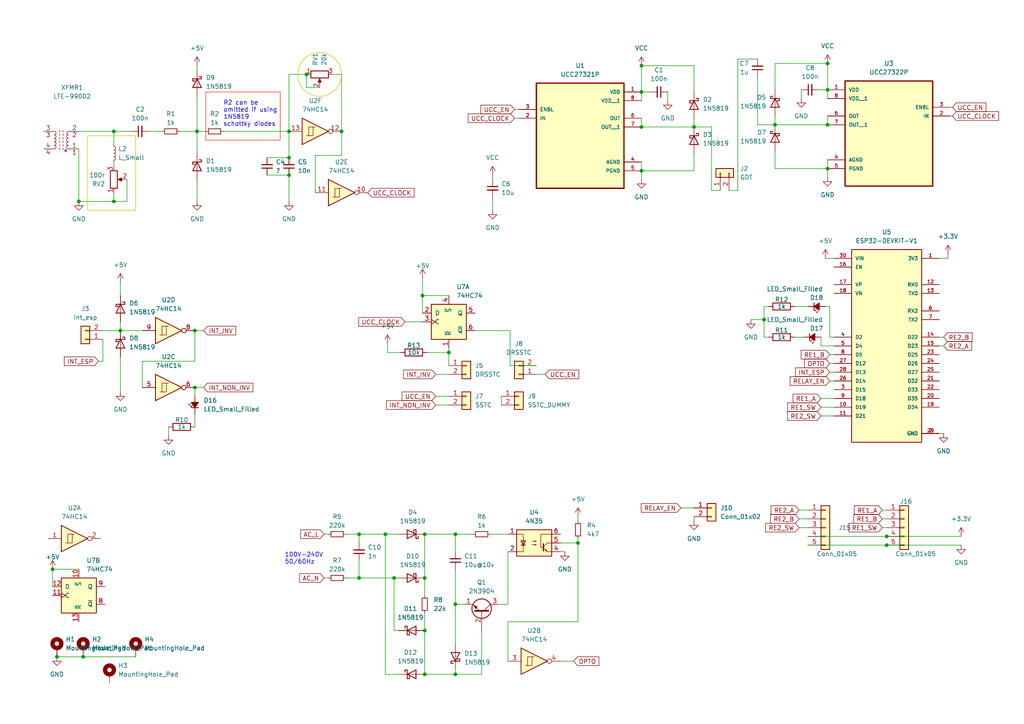
<source format=kicad_sch>
(kicad_sch (version 20230121) (generator eeschema)
  (paper "A4")
  (lib_symbols
    (symbol "74xx:74HC14" (pin_names (offset 1.016))
      (property "Reference" "U" (at 0 1.27 0))
      (property "Value" "74HC14" (at 0 -1.27 0))
      (symbol "74HC14_1_0"
        (pin input line (at -7.62 0 0) (length 3.81) (name "~") (number "1"))
        (pin output inverted (at 7.62 0 180) (length 3.81) (name "~") (number "2"))
      )
      (symbol "74HC14_2_0"
        (pin input line (at -7.62 0 0) (length 3.81) (name "~") (number "3"))
        (pin output inverted (at 7.62 0 180) (length 3.81) (name "~") (number "4"))
      )
      (symbol "74HC14_3_0"
        (pin input line (at -7.62 0 0) (length 3.81) (name "~") (number "5"))
        (pin output inverted (at 7.62 0 180) (length 3.81) (name "~") (number "6"))
      )
      (symbol "74HC14_4_0"
        (pin output inverted (at 7.62 0 180) (length 3.81) (name "~") (number "8"))
        (pin input line (at -7.62 0 0) (length 3.81) (name "~") (number "9"))
      )
      (symbol "74HC14_5_0"
        (pin output inverted (at 7.62 0 180) (length 3.81) (name "~") (number "10"))
        (pin input line (at -7.62 0 0) (length 3.81) (name "~") (number "11"))
      )
      (symbol "74HC14_6_0"
        (pin output inverted (at 7.62 0 180) (length 3.81) (name "~") (number "12"))
        (pin input line (at -7.62 0 0) (length 3.81) (name "~") (number "13"))
      )
      (symbol "74HC14_7_0"
        (pin power_in line (at 0 12.7 270) (length 5.08) (name "VCC") (number "14"))
        (pin power_in line (at 0 -12.7 90) (length 5.08) (name "GND") (number "7"))
      )
    )
    (symbol "74xx:74HC74" (pin_names (offset 1.016))
      (property "Reference" "U" (at -7.62 8.89 0))
      (property "Value" "74HC74" (at -7.62 -8.89 0))
      (symbol "74HC74_1_0"
        (pin input line (at 0 -7.62 90) (length 2.54) (name "~{R}") (number "1"))
        (pin input line (at -7.62 2.54 0) (length 2.54) (name "D") (number "2"))
        (pin input clock (at -7.62 0 0) (length 2.54) (name "C") (number "3"))
        (pin input line (at 0 7.62 270) (length 2.54) (name "~{S}") (number "4"))
        (pin output line (at 7.62 2.54 180) (length 2.54) (name "Q") (number "5"))
        (pin output line (at 7.62 -2.54 180) (length 2.54) (name "~{Q}") (number "6"))
      )
      (symbol "74HC74_2_0"
        (pin input line (at 0 7.62 270) (length 2.54) (name "~{S}") (number "10"))
        (pin input clock (at -7.62 0 0) (length 2.54) (name "C") (number "11"))
        (pin input line (at -7.62 2.54 0) (length 2.54) (name "D") (number "12"))
        (pin input line (at 0 -7.62 90) (length 2.54) (name "~{R}") (number "13"))
        (pin output line (at 7.62 -2.54 180) (length 2.54) (name "~{Q}") (number "8"))
        (pin output line (at 7.62 2.54 180) (length 2.54) (name "Q") (number "9"))
      )
      (symbol "74HC74_3_0"
        (pin power_in line (at 0 10.16 270) (length 2.54) (name "VCC") (number "14"))
        (pin power_in line (at 0 -10.16 90) (length 2.54) (name "GND") (number "7"))
      )
    )
    (symbol "A_My_Library:LTE-99002_Coupled" (pin_names (offset 0))
      (property "Reference" "XFMR" (at 2.54 7.62 0))
      (property "Value" "LTE-99002" (at 0 5.08 0))
      (symbol "LTE-99002_Coupled_1_1"
        (pin passive line (at 5.08 -2.54 180) (length 2.54) (name "1") (number "1"))
        (pin passive line (at 5.08 2.54 180) (length 2.54) (name "2") (number "2"))
        (pin passive line (at -5.08 2.54 0) (length 2.54) (name "3") (number "3"))
        (pin passive line (at -5.08 -2.54 0) (length 2.54) (name "4") (number "4"))
      )
    )
    (symbol "Connector_Generic:Conn_01x02" (pin_names (offset 1.016) hide)
      (property "Reference" "J" (at 0 2.54 0))
      (property "Value" "Conn_01x02" (at 0 -5.08 0))
      (symbol "Conn_01x02_1_1"
        (pin passive line (at -5.08 0 0) (length 3.81) (name "Pin_1") (number "1"))
        (pin passive line (at -5.08 -2.54 0) (length 3.81) (name "Pin_2") (number "2"))
      )
    )
    (symbol "Connector_Generic:Conn_01x05" (pin_names (offset 1.016) hide)
      (property "Reference" "J" (at 0 7.62 0))
      (property "Value" "Conn_01x05" (at 0 -7.62 0))
      (symbol "Conn_01x05_1_1"
        (pin passive line (at -5.08 5.08 0) (length 3.81) (name "Pin_1") (number "1"))
        (pin passive line (at -5.08 2.54 0) (length 3.81) (name "Pin_2") (number "2"))
        (pin passive line (at -5.08 0 0) (length 3.81) (name "Pin_3") (number "3"))
        (pin passive line (at -5.08 -2.54 0) (length 3.81) (name "Pin_4") (number "4"))
        (pin passive line (at -5.08 -5.08 0) (length 3.81) (name "Pin_5") (number "5"))
      )
    )
    (symbol "Device:C_Small" (pin_numbers hide) (pin_names (offset 0.254) hide)
      (property "Reference" "C" (at 0.254 1.778 0))
      (property "Value" "C_Small" (at 0.254 -2.032 0))
      (symbol "C_Small_1_1"
        (pin passive line (at 0 2.54 270) (length 2.032) (name "~") (number "1"))
        (pin passive line (at 0 -2.54 90) (length 2.032) (name "~") (number "2"))
      )
    )
    (symbol "Device:LED_Small_Filled" (pin_numbers hide) (pin_names (offset 0.254) hide)
      (property "Reference" "D" (at -1.27 3.175 0))
      (property "Value" "LED_Small_Filled" (at -4.445 -2.54 0))
      (symbol "LED_Small_Filled_1_1"
        (pin passive line (at -2.54 0 0) (length 1.778) (name "K") (number "1"))
        (pin passive line (at 2.54 0 180) (length 1.778) (name "A") (number "2"))
      )
    )
    (symbol "Device:L_Small" (pin_numbers hide) (pin_names (offset 0.254) hide)
      (property "Reference" "L" (at 0.762 1.016 0))
      (property "Value" "L_Small" (at 0.762 -1.016 0))
      (symbol "L_Small_1_1"
        (pin passive line (at 0 2.54 270) (length 0.508) (name "~") (number "1"))
        (pin passive line (at 0 -2.54 90) (length 0.508) (name "~") (number "2"))
      )
    )
    (symbol "Device:R" (pin_numbers hide) (pin_names (offset 0))
      (property "Reference" "R" (at 2.032 0 90))
      (property "Value" "R" (at 0 0 90))
      (symbol "R_1_1"
        (pin passive line (at 0 3.81 270) (length 1.27) (name "~") (number "1"))
        (pin passive line (at 0 -3.81 90) (length 1.27) (name "~") (number "2"))
      )
    )
    (symbol "Device:R_Potentiometer" (pin_names (offset 1.016) hide)
      (property "Reference" "RV" (at -4.445 0 90))
      (property "Value" "R_Potentiometer" (at -2.54 0 90))
      (symbol "R_Potentiometer_1_1"
        (pin passive line (at 0 3.81 270) (length 1.27) (name "1") (number "1"))
        (pin passive line (at 3.81 0 180) (length 1.27) (name "2") (number "2"))
        (pin passive line (at 0 -3.81 90) (length 1.27) (name "3") (number "3"))
      )
    )
    (symbol "Device:R_Small" (pin_numbers hide) (pin_names (offset 0.254) hide)
      (property "Reference" "R" (at 0.762 0.508 0))
      (property "Value" "R_Small" (at 0.762 -1.016 0))
      (symbol "R_Small_1_1"
        (pin passive line (at 0 2.54 270) (length 0.762) (name "~") (number "1"))
        (pin passive line (at 0 -2.54 90) (length 0.762) (name "~") (number "2"))
      )
    )
    (symbol "Diode:1N5819" (pin_numbers hide) (pin_names (offset 1.016) hide)
      (property "Reference" "D" (at 0 2.54 0))
      (property "Value" "1N5819" (at 0 -2.54 0))
      (symbol "1N5819_1_1"
        (pin passive line (at -3.81 0 0) (length 2.54) (name "K") (number "1"))
        (pin passive line (at 3.81 0 180) (length 2.54) (name "A") (number "2"))
      )
    )
    (symbol "ESP32-DEVKIT-V1:ESP32-DEVKIT-V1" (pin_names (offset 1.016))
      (property "Reference" "U" (at -10.16 30.48 0))
      (property "Value" "ESP32-DEVKIT-V1" (at -10.16 -30.48 0))
      (symbol "ESP32-DEVKIT-V1_0_0"
        (pin output line (at 15.24 25.4 180) (length 5.08) (name "3V3") (number "1"))
        (pin bidirectional line (at -15.24 -17.78 0) (length 5.08) (name "D19") (number "10"))
        (pin bidirectional line (at -15.24 -20.32 0) (length 5.08) (name "D21") (number "11"))
        (pin input line (at 15.24 17.78 180) (length 5.08) (name "RX0") (number "12"))
        (pin output line (at 15.24 15.24 180) (length 5.08) (name "TX0") (number "13"))
        (pin bidirectional line (at 15.24 2.54 180) (length 5.08) (name "D22") (number "14"))
        (pin bidirectional line (at 15.24 0 180) (length 5.08) (name "D23") (number "15"))
        (pin input line (at -15.24 22.86 0) (length 5.08) (name "EN") (number "16"))
        (pin bidirectional line (at -15.24 17.78 0) (length 5.08) (name "VP") (number "17"))
        (pin bidirectional line (at -15.24 15.24 0) (length 5.08) (name "VN") (number "18"))
        (pin bidirectional line (at 15.24 -17.78 180) (length 5.08) (name "D34") (number "19"))
        (pin power_in line (at 15.24 -25.4 180) (length 5.08) (name "GND") (number "2"))
        (pin bidirectional line (at 15.24 -15.24 180) (length 5.08) (name "D35") (number "20"))
        (pin bidirectional line (at 15.24 -10.16 180) (length 5.08) (name "D32") (number "21"))
        (pin bidirectional line (at 15.24 -12.7 180) (length 5.08) (name "D33") (number "22"))
        (pin bidirectional line (at 15.24 -2.54 180) (length 5.08) (name "D25") (number "23"))
        (pin bidirectional line (at 15.24 -5.08 180) (length 5.08) (name "D26") (number "24"))
        (pin bidirectional line (at 15.24 -7.62 180) (length 5.08) (name "D27") (number "25"))
        (pin bidirectional line (at -15.24 -10.16 0) (length 5.08) (name "D14") (number "26"))
        (pin bidirectional line (at -15.24 -5.08 0) (length 5.08) (name "D12") (number "27"))
        (pin bidirectional line (at -15.24 -7.62 0) (length 5.08) (name "D13") (number "28"))
        (pin power_in line (at 15.24 -25.4 180) (length 5.08) (name "GND") (number "29"))
        (pin bidirectional line (at -15.24 -12.7 0) (length 5.08) (name "D15") (number "3"))
        (pin input line (at -15.24 25.4 0) (length 5.08) (name "VIN") (number "30"))
        (pin bidirectional line (at -15.24 2.54 0) (length 5.08) (name "D2") (number "4"))
        (pin bidirectional line (at -15.24 0 0) (length 5.08) (name "D4") (number "5"))
        (pin input line (at 15.24 10.16 180) (length 5.08) (name "RX2") (number "6"))
        (pin output line (at 15.24 7.62 180) (length 5.08) (name "TX2") (number "7"))
        (pin bidirectional line (at -15.24 -2.54 0) (length 5.08) (name "D5") (number "8"))
        (pin bidirectional line (at -15.24 -15.24 0) (length 5.08) (name "D18") (number "9"))
      )
    )
    (symbol "Isolator:4N35" (pin_names (offset 1.016))
      (property "Reference" "U" (at -5.08 5.08 0))
      (property "Value" "4N35" (at 0 5.08 0))
      (symbol "4N35_1_1"
        (pin passive line (at -7.62 2.54 0) (length 2.54) (name "~") (number "1"))
        (pin passive line (at -7.62 -2.54 0) (length 2.54) (name "~") (number "2"))
        (pin no_connect line (at -5.08 0 0) (length 2.54) hide (name "NC") (number "3"))
        (pin passive line (at 7.62 -2.54 180) (length 2.54) (name "~") (number "4"))
        (pin passive line (at 7.62 0 180) (length 2.54) (name "~") (number "5"))
        (pin passive line (at 7.62 2.54 180) (length 2.54) (name "~") (number "6"))
      )
    )
    (symbol "Mechanical:MountingHole_Pad" (pin_numbers hide) (pin_names (offset 1.016) hide)
      (property "Reference" "H" (at 0 6.35 0))
      (property "Value" "MountingHole_Pad" (at 0 4.445 0))
      (symbol "MountingHole_Pad_1_1"
        (pin input line (at 0 -2.54 90) (length 2.54) (name "1") (number "1"))
      )
    )
    (symbol "Transistor_BJT:2N3904" (pin_names (offset 0) hide)
      (property "Reference" "Q" (at 5.08 1.905 0))
      (property "Value" "2N3904" (at 5.08 0 0))
      (symbol "2N3904_1_1"
        (pin passive line (at 2.54 -5.08 90) (length 2.54) (name "E") (number "1"))
        (pin passive line (at -5.08 0 0) (length 5.715) (name "B") (number "2"))
        (pin passive line (at 2.54 5.08 270) (length 2.54) (name "C") (number "3"))
      )
    )
    (symbol "UCC27321P:UCC27321P" (pin_names (offset 1.016))
      (property "Reference" "U" (at -12.7 13.7 0))
      (property "Value" "UCC27321P" (at -12.7 -21.78 0))
      (symbol "UCC27321P_0_0"
        (pin power_in line (at 17.78 10.16 180) (length 5.08) (name "VDD") (number "1"))
        (pin input line (at -17.78 2.54 0) (length 5.08) (name "IN") (number "2"))
        (pin input line (at -17.78 5.08 0) (length 5.08) (name "ENBL") (number "3"))
        (pin power_in line (at 17.78 -10.16 180) (length 5.08) (name "AGND") (number "4"))
        (pin power_in line (at 17.78 -12.7 180) (length 5.08) (name "PGND") (number "5"))
        (pin output line (at 17.78 2.54 180) (length 5.08) (name "OUT") (number "6"))
        (pin output line (at 17.78 0 180) (length 5.08) (name "OUT__1") (number "7"))
        (pin power_in line (at 17.78 7.62 180) (length 5.08) (name "VDD__1") (number "8"))
      )
    )
    (symbol "power:+3.3V" (power) (pin_names (offset 0))
      (property "Value" "+3.3V" (at 0 3.556 0))
      (symbol "+3.3V_1_1"
        (pin power_in line (at 0 0 90) (length 0) hide (name "+3.3V") (number "1"))
      )
    )
    (symbol "power:+5V" (power) (pin_names (offset 0))
      (property "Value" "+5V" (at 0 3.556 0))
      (symbol "+5V_1_1"
        (pin power_in line (at 0 0 90) (length 0) hide (name "+5V") (number "1"))
      )
    )
    (symbol "power:GND" (power) (pin_names (offset 0))
      (property "Value" "GND" (at 0 -3.81 0))
      (symbol "GND_1_1"
        (pin power_in line (at 0 0 270) (length 0) hide (name "GND") (number "1"))
      )
    )
    (symbol "power:VCC" (power) (pin_names (offset 0))
      (property "Value" "VCC" (at 0 3.81 0))
      (symbol "VCC_1_1"
        (pin power_in line (at 0 0 90) (length 0) hide (name "VCC") (number "1"))
      )
    )
  )
  (junction (at 16.51 190.5))
  (junction (at 257.175 158.115))
  (junction (at 83.82 38.1))
  (junction (at 221.615 92.71))
  (junction (at 257.175 155.575))
  (junction (at 186.055 19.05))
  (junction (at 240.03 18.415))
  (junction (at 122.555 85.725))
  (junction (at 57.15 38.1))
  (junction (at 22.86 58.42))
  (junction (at 99.06 38.1))
  (junction (at 33.02 58.42))
  (junction (at 114.3 167.64))
  (junction (at 123.19 182.88))
  (junction (at 88.9 21.59))
  (junction (at 56.515 112.395))
  (junction (at 186.055 26.67))
  (junction (at 56.515 95.885))
  (junction (at 34.925 95.885))
  (junction (at 132.08 154.94))
  (junction (at 104.14 167.64))
  (junction (at 123.19 167.64))
  (junction (at 111.76 154.94))
  (junction (at 132.08 175.26))
  (junction (at 130.175 102.235))
  (junction (at 132.08 195.58))
  (junction (at 15.24 165.1))
  (junction (at 240.03 48.895))
  (junction (at 201.295 36.83))
  (junction (at 186.055 49.53))
  (junction (at 83.82 50.8))
  (junction (at 224.79 36.195))
  (junction (at 104.14 154.94))
  (junction (at 123.19 195.58))
  (junction (at 240.03 36.195))
  (junction (at 123.19 154.94))
  (junction (at 83.82 45.72))
  (junction (at 167.64 157.48))
  (junction (at 33.02 38.1))
  (junction (at 24.13 190.5))
  (junction (at 186.055 36.83))
  (junction (at 240.03 26.035))
  (wire (pts (xy 201.295 44.45) (xy 201.295 49.53)))
  (wire (pts (xy 147.32 191.77) (xy 147.32 180.34)))
  (wire (pts (xy 257.175 158.115) (xy 278.765 158.115)))
  (wire (pts (xy 240.665 88.9) (xy 240.665 97.79)))
  (wire (pts (xy 115.57 182.88) (xy 114.3 182.88)))
  (wire (pts (xy 111.76 154.94) (xy 111.76 195.58)))
  (wire (pts (xy 24.13 190.5) (xy 39.37 190.5)))
  (wire (pts (xy 123.19 177.8) (xy 123.19 182.88)))
  (wire (pts (xy 240.665 102.87) (xy 241.935 102.87)))
  (wire (pts (xy 231.775 153.035) (xy 234.315 153.035)))
  (wire (pts (xy 57.15 19.05) (xy 57.15 20.32)))
  (wire (pts (xy 240.03 36.195) (xy 224.79 36.195)))
  (wire (pts (xy 255.905 153.035) (xy 257.175 153.035)))
  (wire (pts (xy 213.995 17.145) (xy 219.71 17.145)))
  (wire (pts (xy 272.415 74.93) (xy 274.955 74.93)))
  (wire (pts (xy 274.955 74.93) (xy 274.955 73.66)))
  (wire (pts (xy 99.06 45.085) (xy 99.06 38.1)))
  (wire (pts (xy 149.225 34.29) (xy 150.495 34.29)))
  (wire (pts (xy 211.455 55.245) (xy 213.995 55.245)))
  (wire (pts (xy 240.03 33.655) (xy 240.03 36.195)))
  (wire (pts (xy 201.295 49.53) (xy 186.055 49.53)))
  (wire (pts (xy 147.32 180.34) (xy 167.64 180.34)))
  (wire (pts (xy 132.08 165.1) (xy 132.08 175.26)))
  (wire (pts (xy 57.15 27.94) (xy 57.15 38.1)))
  (wire (pts (xy 272.415 100.33) (xy 273.685 100.33)))
  (wire (pts (xy 123.19 182.88) (xy 123.19 195.58)))
  (wire (pts (xy 114.3 167.64) (xy 115.57 167.64)))
  (wire (pts (xy 201.295 36.83) (xy 206.375 36.83)))
  (wire (pts (xy 41.275 104.775) (xy 56.515 104.775)))
  (wire (pts (xy 219.71 22.225) (xy 219.71 36.195)))
  (wire (pts (xy 114.3 167.64) (xy 114.3 182.88)))
  (wire (pts (xy 224.79 48.895) (xy 240.03 48.895)))
  (wire (pts (xy 239.395 74.93) (xy 241.935 74.93)))
  (wire (pts (xy 139.7 182.88) (xy 139.7 195.58)))
  (wire (pts (xy 234.315 155.575) (xy 257.175 155.575)))
  (wire (pts (xy 221.615 88.9) (xy 222.885 88.9)))
  (wire (pts (xy 167.64 180.34) (xy 167.64 157.48)))
  (wire (pts (xy 240.665 88.9) (xy 239.395 88.9)))
  (wire (pts (xy 257.175 155.575) (xy 278.765 155.575)))
  (wire (pts (xy 83.82 50.8) (xy 83.82 58.42)))
  (wire (pts (xy 147.32 160.02) (xy 147.32 175.26)))
  (wire (pts (xy 132.08 194.31) (xy 132.08 195.58)))
  (wire (pts (xy 104.14 167.64) (xy 114.3 167.64)))
  (wire (pts (xy 116.205 102.235) (xy 112.395 102.235)))
  (wire (pts (xy 240.03 26.035) (xy 240.03 28.575)))
  (wire (pts (xy 56.515 112.395) (xy 59.055 112.395)))
  (wire (pts (xy 22.86 43.18) (xy 22.86 58.42)))
  (wire (pts (xy 197.485 147.32) (xy 201.295 147.32)))
  (wire (pts (xy 126.365 117.475) (xy 130.175 117.475)))
  (wire (pts (xy 123.19 154.94) (xy 123.19 167.64)))
  (wire (pts (xy 240.665 105.41) (xy 241.935 105.41)))
  (wire (pts (xy 132.08 154.94) (xy 132.08 160.02)))
  (wire (pts (xy 201.295 149.86) (xy 201.295 151.13)))
  (wire (pts (xy 92.71 25.4) (xy 88.9 25.4)))
  (wire (pts (xy 111.76 154.94) (xy 115.57 154.94)))
  (wire (pts (xy 224.79 26.035) (xy 224.79 18.415)))
  (wire (pts (xy 34.925 95.885) (xy 41.275 95.885)))
  (wire (pts (xy 104.14 162.56) (xy 104.14 167.64)))
  (wire (pts (xy 99.06 21.59) (xy 96.52 21.59)))
  (wire (pts (xy 130.175 85.725) (xy 122.555 85.725)))
  (wire (pts (xy 206.375 36.83) (xy 206.375 55.245)))
  (wire (pts (xy 147.955 95.885) (xy 147.955 106.045)))
  (wire (pts (xy 123.19 167.64) (xy 123.19 172.72)))
  (wire (pts (xy 57.15 52.07) (xy 57.15 58.42)))
  (wire (pts (xy 77.47 45.72) (xy 83.82 45.72)))
  (wire (pts (xy 217.805 92.71) (xy 221.615 92.71)))
  (wire (pts (xy 272.415 97.79) (xy 273.685 97.79)))
  (wire (pts (xy 255.905 150.495) (xy 257.175 150.495)))
  (wire (pts (xy 43.18 38.1) (xy 46.99 38.1)))
  (wire (pts (xy 36.83 52.07) (xy 36.83 58.42)))
  (wire (pts (xy 234.315 158.115) (xy 257.175 158.115)))
  (wire (pts (xy 186.055 49.53) (xy 186.055 52.07)))
  (wire (pts (xy 29.845 95.885) (xy 34.925 95.885)))
  (wire (pts (xy 34.925 81.915) (xy 34.925 85.725)))
  (wire (pts (xy 221.615 88.9) (xy 221.615 92.71)))
  (wire (pts (xy 99.06 38.1) (xy 99.06 21.59)))
  (wire (pts (xy 126.365 114.935) (xy 130.175 114.935)))
  (wire (pts (xy 142.875 57.15) (xy 142.875 60.96)))
  (wire (pts (xy 33.02 46.99) (xy 33.02 48.26)))
  (wire (pts (xy 91.44 55.88) (xy 91.44 45.085)))
  (wire (pts (xy 15.24 165.1) (xy 15.24 170.18)))
  (wire (pts (xy 186.055 46.99) (xy 186.055 49.53)))
  (wire (pts (xy 231.775 150.495) (xy 234.315 150.495)))
  (wire (pts (xy 122.555 80.645) (xy 122.555 85.725)))
  (wire (pts (xy 272.415 125.73) (xy 273.685 125.73)))
  (wire (pts (xy 33.02 58.42) (xy 22.86 58.42)))
  (wire (pts (xy 149.225 31.75) (xy 150.495 31.75)))
  (wire (pts (xy 52.07 38.1) (xy 57.15 38.1)))
  (wire (pts (xy 238.125 115.57) (xy 241.935 115.57)))
  (wire (pts (xy 142.24 154.94) (xy 147.32 154.94)))
  (wire (pts (xy 57.15 38.1) (xy 59.69 38.1)))
  (wire (pts (xy 238.125 97.79) (xy 238.125 100.33)))
  (wire (pts (xy 231.775 147.955) (xy 234.315 147.955)))
  (wire (pts (xy 142.875 50.8) (xy 142.875 52.07)))
  (wire (pts (xy 240.03 18.415) (xy 240.03 26.035)))
  (wire (pts (xy 201.295 34.29) (xy 201.295 36.83)))
  (wire (pts (xy 221.615 97.79) (xy 222.885 97.79)))
  (wire (pts (xy 132.08 175.26) (xy 132.08 186.69)))
  (wire (pts (xy 240.03 46.355) (xy 240.03 48.895)))
  (wire (pts (xy 240.665 110.49) (xy 241.935 110.49)))
  (wire (pts (xy 238.125 118.11) (xy 241.935 118.11)))
  (wire (pts (xy 206.375 55.245) (xy 208.915 55.245)))
  (wire (pts (xy 162.56 160.02) (xy 163.83 160.02)))
  (wire (pts (xy 193.675 26.67) (xy 193.675 29.21)))
  (wire (pts (xy 147.32 175.26) (xy 144.78 175.26)))
  (wire (pts (xy 238.125 120.65) (xy 241.935 120.65)))
  (wire (pts (xy 48.895 123.825) (xy 48.895 126.365)))
  (wire (pts (xy 162.56 191.77) (xy 166.37 191.77)))
  (wire (pts (xy 64.77 38.1) (xy 83.82 38.1)))
  (wire (pts (xy 186.055 34.29) (xy 186.055 36.83)))
  (wire (pts (xy 240.03 48.895) (xy 240.03 51.435)))
  (wire (pts (xy 83.82 38.1) (xy 83.82 45.72)))
  (wire (pts (xy 147.955 106.045) (xy 155.575 106.045)))
  (wire (pts (xy 186.055 36.83) (xy 201.295 36.83)))
  (wire (pts (xy 33.02 38.1) (xy 38.1 38.1)))
  (wire (pts (xy 224.79 36.195) (xy 219.71 36.195)))
  (wire (pts (xy 186.055 19.05) (xy 186.055 26.67)))
  (wire (pts (xy 224.79 43.815) (xy 224.79 48.895)))
  (wire (pts (xy 93.98 154.94) (xy 95.25 154.94)))
  (wire (pts (xy 233.045 97.79) (xy 230.505 97.79)))
  (wire (pts (xy 186.055 26.67) (xy 186.055 29.21)))
  (wire (pts (xy 123.825 102.235) (xy 130.175 102.235)))
  (wire (pts (xy 91.44 45.085) (xy 99.06 45.085)))
  (wire (pts (xy 234.315 88.9) (xy 230.505 88.9)))
  (wire (pts (xy 276.225 31.115) (xy 275.59 31.115)))
  (wire (pts (xy 93.98 167.64) (xy 95.25 167.64)))
  (wire (pts (xy 130.175 102.235) (xy 130.175 106.045)))
  (wire (pts (xy 83.82 21.59) (xy 83.82 38.1)))
  (wire (pts (xy 34.925 93.345) (xy 34.925 95.885)))
  (wire (pts (xy 22.86 38.1) (xy 33.02 38.1)))
  (wire (pts (xy 34.925 103.505) (xy 34.925 113.665)))
  (wire (pts (xy 41.275 112.395) (xy 41.275 104.775)))
  (wire (pts (xy 186.055 26.67) (xy 188.595 26.67)))
  (wire (pts (xy 22.86 165.1) (xy 15.24 165.1)))
  (wire (pts (xy 241.935 100.33) (xy 238.125 100.33)))
  (wire (pts (xy 132.08 175.26) (xy 134.62 175.26)))
  (wire (pts (xy 100.33 154.94) (xy 104.14 154.94)))
  (wire (pts (xy 240.665 97.79) (xy 241.935 97.79)))
  (wire (pts (xy 122.555 85.725) (xy 122.555 90.805)))
  (wire (pts (xy 33.02 38.1) (xy 33.02 41.91)))
  (wire (pts (xy 56.515 95.885) (xy 59.055 95.885)))
  (wire (pts (xy 88.9 25.4) (xy 88.9 21.59)))
  (wire (pts (xy 155.575 108.585) (xy 158.115 108.585)))
  (wire (pts (xy 88.9 21.59) (xy 83.82 21.59)))
  (wire (pts (xy 224.79 33.655) (xy 224.79 36.195)))
  (wire (pts (xy 137.795 95.885) (xy 147.955 95.885)))
  (wire (pts (xy 240.03 18.415) (xy 224.79 18.415)))
  (wire (pts (xy 104.14 154.94) (xy 111.76 154.94)))
  (wire (pts (xy 100.33 167.64) (xy 104.14 167.64)))
  (wire (pts (xy 28.575 104.775) (xy 29.845 104.775)))
  (wire (pts (xy 77.47 50.8) (xy 83.82 50.8)))
  (wire (pts (xy 240.03 26.035) (xy 237.49 26.035)))
  (wire (pts (xy 240.665 107.95) (xy 241.935 107.95)))
  (wire (pts (xy 115.57 195.58) (xy 111.76 195.58)))
  (wire (pts (xy 276.225 33.655) (xy 275.59 33.655)))
  (wire (pts (xy 57.15 38.1) (xy 57.15 44.45)))
  (wire (pts (xy 123.19 154.94) (xy 132.08 154.94)))
  (wire (pts (xy 145.415 114.935) (xy 145.415 117.475)))
  (wire (pts (xy 232.41 26.035) (xy 232.41 28.575)))
  (wire (pts (xy 213.995 55.245) (xy 213.995 17.145)))
  (wire (pts (xy 126.365 108.585) (xy 130.175 108.585)))
  (wire (pts (xy 56.515 112.395) (xy 56.515 114.935)))
  (wire (pts (xy 112.395 99.695) (xy 112.395 102.235)))
  (wire (pts (xy 123.19 195.58) (xy 132.08 195.58)))
  (wire (pts (xy 167.64 156.21) (xy 167.64 157.48)))
  (wire (pts (xy 167.64 157.48) (xy 162.56 157.48)))
  (wire (pts (xy 139.7 195.58) (xy 132.08 195.58)))
  (wire (pts (xy 56.515 120.015) (xy 56.515 123.825)))
  (wire (pts (xy 33.02 58.42) (xy 36.83 58.42)))
  (wire (pts (xy 104.14 154.94) (xy 104.14 157.48)))
  (wire (pts (xy 132.08 154.94) (xy 137.16 154.94)))
  (wire (pts (xy 33.02 55.88) (xy 33.02 58.42)))
  (wire (pts (xy 117.475 93.345) (xy 122.555 93.345)))
  (wire (pts (xy 255.905 147.955) (xy 257.175 147.955)))
  (wire (pts (xy 16.51 190.5) (xy 24.13 190.5)))
  (wire (pts (xy 167.64 149.86) (xy 167.64 151.13)))
  (wire (pts (xy 29.845 98.425) (xy 29.845 104.775)))
  (wire (pts (xy 130.175 100.965) (xy 130.175 102.235)))
  (wire (pts (xy 201.295 26.67) (xy 201.295 19.05)))
  (wire (pts (xy 221.615 92.71) (xy 221.615 97.79)))
  (wire (pts (xy 56.515 95.885) (xy 56.515 104.775)))
  (wire (pts (xy 201.295 19.05) (xy 186.055 19.05)))
  (rectangle (start 25.4 39.37) (end 39.37 60.96) (stroke (width 0) (color 194 194 0 1)))
  (circle (center 92.71 21.59) (radius 6.35) (stroke (width 0) (color 194 194 0 1)))
  (rectangle (start 59.69 26.67) (end 81.28 40.64) (stroke (width 0) (color 255 32 9 1)))
  (text "100V-240V\n50/60Hz" (at 82.55 163.83 0) (effects (font (size 1.27 1.27)) (justify left bottom)))
  (text "R2 can be\nomitted if using\n1N5819\nschottky diodes" (at 64.77 36.83 0) (effects (font (size 1.27 1.27)) (justify left bottom)))
  (global_label "UCC_CLOCK" (shape input) (at 149.225 34.29 180) (property "Intersheetrefs" "${INTERSHEET_REFS}" (effects hide)))
  (global_label "INT_NON_INV" (shape input) (at 126.365 117.475 180) (property "Intersheetrefs" "${INTERSHEET_REFS}" (effects hide)))
  (global_label "RE2_SW" (shape input) (at 231.775 153.035 180) (property "Intersheetrefs" "${INTERSHEET_REFS}" (effects hide)))
  (global_label "AC_N" (shape input) (at 93.98 167.64 180) (property "Intersheetrefs" "${INTERSHEET_REFS}" (effects hide)))
  (global_label "UCC_EN" (shape input) (at 126.365 114.935 180) (property "Intersheetrefs" "${INTERSHEET_REFS}" (effects hide)))
  (global_label "INT_INV" (shape input) (at 126.365 108.585 180) (property "Intersheetrefs" "${INTERSHEET_REFS}" (effects hide)))
  (global_label "RELAY_EN" (shape input) (at 197.485 147.32 180) (property "Intersheetrefs" "${INTERSHEET_REFS}" (effects hide)))
  (global_label "UCC_CLOCK" (shape input) (at 276.225 33.655 0) (property "Intersheetrefs" "${INTERSHEET_REFS}" (effects hide)))
  (global_label "UCC_EN" (shape input) (at 149.225 31.75 180) (property "Intersheetrefs" "${INTERSHEET_REFS}" (effects hide)))
  (global_label "RE2_A" (shape input) (at 273.685 100.33 0) (property "Intersheetrefs" "${INTERSHEET_REFS}" (effects hide)))
  (global_label "RE1_SW" (shape input) (at 238.125 118.11 180) (property "Intersheetrefs" "${INTERSHEET_REFS}" (effects hide)))
  (global_label "UCC_EN" (shape input) (at 158.115 108.585 0) (property "Intersheetrefs" "${INTERSHEET_REFS}" (effects hide)))
  (global_label "RE1_A" (shape input) (at 238.125 115.57 180) (property "Intersheetrefs" "${INTERSHEET_REFS}" (effects hide)))
  (global_label "INT_INV" (shape input) (at 59.055 95.885 0) (property "Intersheetrefs" "${INTERSHEET_REFS}" (effects hide)))
  (global_label "RE1_SW" (shape input) (at 255.905 153.035 180) (property "Intersheetrefs" "${INTERSHEET_REFS}" (effects hide)))
  (global_label "RELAY_EN" (shape input) (at 240.665 110.49 180) (property "Intersheetrefs" "${INTERSHEET_REFS}" (effects hide)))
  (global_label "RE1_B" (shape input) (at 255.905 150.495 180) (property "Intersheetrefs" "${INTERSHEET_REFS}" (effects hide)))
  (global_label "RE1_A" (shape input) (at 255.905 147.955 180) (property "Intersheetrefs" "${INTERSHEET_REFS}" (effects hide)))
  (global_label "UCC_CLOCK" (shape input) (at 117.475 93.345 180) (property "Intersheetrefs" "${INTERSHEET_REFS}" (effects hide)))
  (global_label "RE2_B" (shape input) (at 273.685 97.79 0) (property "Intersheetrefs" "${INTERSHEET_REFS}" (effects hide)))
  (global_label "AC_L" (shape input) (at 93.98 154.94 180) (property "Intersheetrefs" "${INTERSHEET_REFS}" (effects hide)))
  (global_label "RE1_B" (shape input) (at 240.665 102.87 180) (property "Intersheetrefs" "${INTERSHEET_REFS}" (effects hide)))
  (global_label "INT_ESP" (shape input) (at 28.575 104.775 180) (property "Intersheetrefs" "${INTERSHEET_REFS}" (effects hide)))
  (global_label "INT_ESP" (shape input) (at 240.665 107.95 180) (property "Intersheetrefs" "${INTERSHEET_REFS}" (effects hide)))
  (global_label "UCC_CLOCK" (shape input) (at 106.68 55.88 0) (property "Intersheetrefs" "${INTERSHEET_REFS}" (effects hide)))
  (global_label "RE2_SW" (shape input) (at 238.125 120.65 180) (property "Intersheetrefs" "${INTERSHEET_REFS}" (effects hide)))
  (global_label "INT_NON_INV" (shape input) (at 59.055 112.395 0) (property "Intersheetrefs" "${INTERSHEET_REFS}" (effects hide)))
  (global_label "OPTO" (shape input) (at 240.665 105.41 180) (property "Intersheetrefs" "${INTERSHEET_REFS}" (effects hide)))
  (global_label "RE2_A" (shape input) (at 231.775 147.955 180) (property "Intersheetrefs" "${INTERSHEET_REFS}" (effects hide)))
  (global_label "RE2_B" (shape input) (at 231.775 150.495 180) (property "Intersheetrefs" "${INTERSHEET_REFS}" (effects hide)))
  (global_label "UCC_EN" (shape input) (at 276.225 31.115 0) (property "Intersheetrefs" "${INTERSHEET_REFS}" (effects hide)))
  (global_label "OPTO" (shape input) (at 166.37 191.77 0) (property "Intersheetrefs" "${INTERSHEET_REFS}" (effects hide)))
  (symbol (lib_id "Connector_Generic:Conn_01x02") (at 24.765 98.425 180) (unit 1)
    (property "Reference" "J3" (at 24.765 89.535 0))
    (property "Value" "Int_esp" (at 24.765 92.075 0))
    (property "Footprint" "Connector_PinHeader_2.54mm:PinHeader_1x02_P2.54mm_Vertical" (effects hide))
  )
  (symbol (lib_id "power:GND") (at 232.41 28.575 0) (mirror y) (unit 1)
    (property "Reference" "#PWR012" (effects hide))
    (property "Value" "GND" (at 232.41 33.655 0))
  )
  (symbol (lib_id "Diode:1N5819") (at 119.38 182.88 0) (unit 1)
    (property "Reference" "D11" (at 119.0625 176.53 0))
    (property "Value" "1N5819" (at 119.0625 179.07 0))
    (property "Footprint" "Diode_SMD:D_SOD-323" (effects hide))
    (property "Datasheet" "http://www.vishay.com/docs/88525/1n5817.pdf" (effects hide))
  )
  (symbol (lib_id "Mechanical:MountingHole_Pad") (at 16.51 187.96 0) (unit 1)
    (property "Reference" "H1" (at 19.05 185.42 0) (effects (justify left)))
    (property "Value" "MountingHole_Pad" (at 19.05 187.96 0) (effects (justify left)))
    (property "Footprint" "MountingHole:MountingHole_3.5mm_Pad_Via" (effects hide))
  )
  (symbol (lib_id "Device:L_Small") (at 33.02 44.45 0) (unit 1)
    (property "Reference" "L2" (at 34.29 43.18 0) (effects (justify left)))
    (property "Value" "L_Small" (at 34.29 45.72 0) (effects (justify left)))
    (property "Footprint" "Inductor_THT:L_Axial_L5.3mm_D2.2mm_P2.54mm_Vertical_Vishay_IM-1" (effects hide))
  )
  (symbol (lib_id "Device:R_Small") (at 97.79 167.64 90) (unit 1)
    (property "Reference" "R7" (at 97.79 162.56 90))
    (property "Value" "220k" (at 97.79 165.1 90))
    (property "Footprint" "Resistor_SMD:R_1206_3216Metric" (effects hide))
  )
  (symbol (lib_id "Diode:1N5819") (at 57.15 48.26 270) (unit 1)
    (property "Reference" "D1" (at 59.69 46.6725 90) (effects (justify left)))
    (property "Value" "1N5819" (at 59.69 49.2125 90) (effects (justify left)))
    (property "Footprint" "Diode_SMD:D_SOD-323" (effects hide))
    (property "Datasheet" "http://www.vishay.com/docs/88525/1n5817.pdf" (effects hide))
  )
  (symbol (lib_id "Device:R_Potentiometer") (at 92.71 21.59 90) (mirror x) (unit 1)
    (property "Reference" "RV1" (at 91.44 19.05 0) (effects (justify right)))
    (property "Value" "20k" (at 93.98 19.05 0) (effects (justify right)))
    (property "Footprint" "Potentiometer_THT:Potentiometer_Bourns_3296W_Vertical" (effects hide))
  )
  (symbol (lib_id "power:GND") (at 57.15 58.42 0) (unit 1)
    (property "Reference" "#PWR07" (effects hide))
    (property "Value" "GND" (at 57.15 63.5 0))
  )
  (symbol (lib_id "power:GND") (at 273.685 125.73 0) (unit 1)
    (property "Reference" "#PWR020" (effects hide))
    (property "Value" "GND" (at 273.685 130.81 0))
  )
  (symbol (lib_id "Connector_Generic:Conn_01x02") (at 135.255 114.935 0) (unit 1)
    (property "Reference" "J7" (at 137.795 114.935 0) (effects (justify left)))
    (property "Value" "SSTC" (at 137.795 117.475 0) (effects (justify left)))
    (property "Footprint" "Connector_PinHeader_2.54mm:PinHeader_1x02_P2.54mm_Vertical" (effects hide))
  )
  (symbol (lib_id "Mechanical:MountingHole_Pad") (at 39.37 187.96 0) (unit 1)
    (property "Reference" "H4" (at 41.91 185.42 0) (effects (justify left)))
    (property "Value" "MountingHole_Pad" (at 41.91 187.96 0) (effects (justify left)))
    (property "Footprint" "MountingHole:MountingHole_3.5mm_Pad_Via" (effects hide))
  )
  (symbol (lib_id "Connector_Generic:Conn_01x02") (at 206.375 147.32 0) (unit 1)
    (property "Reference" "J10" (at 208.915 147.32 0) (effects (justify left)))
    (property "Value" "Conn_01x02" (at 208.915 149.86 0) (effects (justify left)))
    (property "Footprint" "Connector_PinSocket_2.54mm:PinSocket_1x02_P2.54mm_Vertical" (effects hide))
  )
  (symbol (lib_id "Device:LED_Small_Filled") (at 56.515 117.475 90) (unit 1)
    (property "Reference" "D16" (at 59.055 116.1415 90) (effects (justify right)))
    (property "Value" "LED_Small_Filled" (at 59.055 118.6815 90) (effects (justify right)))
    (property "Footprint" "LED_THT:LED_D5.0mm_Clear" (effects hide))
  )
  (symbol (lib_id "Diode:1N5819") (at 57.15 24.13 270) (unit 1)
    (property "Reference" "D9" (at 59.69 22.5425 90) (effects (justify left)))
    (property "Value" "1N5819" (at 59.69 25.0825 90) (effects (justify left)))
    (property "Footprint" "Diode_SMD:D_SOD-323" (effects hide))
    (property "Datasheet" "http://www.vishay.com/docs/88525/1n5817.pdf" (effects hide))
  )
  (symbol (lib_id "power:GND") (at 163.83 160.02 0) (unit 1)
    (property "Reference" "#PWR019" (effects hide))
    (property "Value" "GND" (at 163.83 165.1 0))
  )
  (symbol (lib_id "Diode:1N5819") (at 224.79 29.845 90) (mirror x) (unit 1)
    (property "Reference" "D5" (at 222.25 28.2575 90) (effects (justify left)))
    (property "Value" "1N5819" (at 222.25 30.7975 90) (effects (justify left)))
    (property "Footprint" "Diode_SMD:D_SOD-323" (effects hide))
    (property "Datasheet" "http://www.vishay.com/docs/88525/1n5817.pdf" (effects hide))
  )
  (symbol (lib_id "Diode:1N5819") (at 132.08 190.5 90) (unit 1)
    (property "Reference" "D13" (at 134.62 189.5475 90) (effects (justify right)))
    (property "Value" "1N5819" (at 134.62 192.0875 90) (effects (justify right)))
    (property "Footprint" "Diode_SMD:D_SOD-323" (effects hide))
    (property "Datasheet" "http://www.vishay.com/docs/88525/1n5817.pdf" (effects hide))
  )
  (symbol (lib_id "Device:R") (at 52.705 123.825 90) (unit 1)
    (property "Reference" "R10" (at 52.705 121.793 90))
    (property "Value" "1k" (at 52.705 123.825 90))
    (property "Footprint" "Resistor_SMD:R_1206_3216Metric_Pad1.30x1.75mm_HandSolder" (effects hide))
    (property "Part Number" "RK73H2ATTD1R00F" (effects hide))
  )
  (symbol (lib_id "Connector_Generic:Conn_01x02") (at 150.495 114.935 0) (unit 1)
    (property "Reference" "J9" (at 153.035 114.935 0) (effects (justify left)))
    (property "Value" "SSTC_DUMMY" (at 153.035 117.475 0) (effects (justify left)))
    (property "Footprint" "Connector_PinHeader_2.54mm:PinHeader_1x02_P2.54mm_Vertical" (effects hide))
  )
  (symbol (lib_id "Diode:1N5819") (at 34.925 99.695 270) (unit 1)
    (property "Reference" "D8" (at 37.465 98.1075 90) (effects (justify left)))
    (property "Value" "1N5819" (at 37.465 100.6475 90) (effects (justify left)))
    (property "Footprint" "Diode_SMD:D_SOD-323" (effects hide))
    (property "Datasheet" "http://www.vishay.com/docs/88525/1n5817.pdf" (effects hide))
  )
  (symbol (lib_id "Connector_Generic:Conn_01x02") (at 150.495 108.585 180) (unit 1)
    (property "Reference" "J8" (at 150.495 99.695 0))
    (property "Value" "DRSSTC" (at 150.495 102.235 0))
    (property "Footprint" "Connector_PinHeader_2.54mm:PinHeader_1x02_P2.54mm_Vertical" (effects hide))
  )
  (symbol (lib_id "Transistor_BJT:2N3904") (at 139.7 177.8 270) (mirror x) (unit 1)
    (property "Reference" "Q1" (at 139.7 168.91 90))
    (property "Value" "2N3904" (at 139.7 171.45 90))
    (property "Footprint" "Package_TO_SOT_THT:TO-92_Inline" (effects hide))
    (property "Datasheet" "https://www.onsemi.com/pub/Collateral/2N3903-D.PDF" (effects hide))
  )
  (symbol (lib_id "power:+5V") (at 167.64 149.86 0) (unit 1)
    (property "Reference" "#PWR016" (effects hide))
    (property "Value" "+5V" (at 167.64 144.78 0))
  )
  (symbol (lib_id "Connector_Generic:Conn_01x02") (at 135.255 106.045 0) (unit 1)
    (property "Reference" "J5" (at 137.795 106.045 0) (effects (justify left)))
    (property "Value" "DRSSTC" (at 137.795 108.585 0) (effects (justify left)))
    (property "Footprint" "Connector_PinHeader_2.54mm:PinHeader_1x02_P2.54mm_Vertical" (effects hide))
  )
  (symbol (lib_id "power:GND") (at 142.875 60.96 0) (unit 1)
    (property "Reference" "#PWR09" (effects hide))
    (property "Value" "GND" (at 142.875 66.04 0))
  )
  (symbol (lib_id "UCC27321P:UCC27321P") (at 168.275 36.83 0) (unit 1)
    (property "Reference" "U1" (at 168.275 19.05 0))
    (property "Value" "UCC27321P" (at 168.275 21.59 0))
    (property "Footprint" "Package_DIP:DIP-8_W7.62mm" (effects hide))
  )
  (symbol (lib_id "74xx:74HC74") (at 130.175 93.345 0) (unit 1)
    (property "Reference" "U7" (at 132.3691 83.185 0) (effects (justify left)))
    (property "Value" "74HC74" (at 132.3691 85.725 0) (effects (justify left)))
    (property "Footprint" "Package_DIP:DIP-14_W7.62mm" (effects hide))
    (property "Datasheet" "74xx/74hc_hct74.pdf" (effects hide))
  )
  (symbol (lib_id "Device:R") (at 226.695 88.9 90) (unit 1)
    (property "Reference" "R12" (at 226.695 86.868 90))
    (property "Value" "1k" (at 226.695 88.9 90))
    (property "Footprint" "Resistor_SMD:R_1206_3216Metric_Pad1.30x1.75mm_HandSolder" (effects hide))
    (property "Part Number" "RK73H2ATTD1R00F" (effects hide))
  )
  (symbol (lib_id "Device:R_Small") (at 167.64 153.67 0) (unit 1)
    (property "Reference" "R4" (at 170.18 152.4 0) (effects (justify left)))
    (property "Value" "4k7" (at 170.18 154.94 0) (effects (justify left)))
    (property "Footprint" "Resistor_SMD:R_1206_3216Metric" (effects hide))
  )
  (symbol (lib_id "Device:C_Small") (at 104.14 160.02 180) (unit 1)
    (property "Reference" "C10" (at 106.68 158.7436 0) (effects (justify right)))
    (property "Value" "1n" (at 106.68 161.2836 0) (effects (justify right)))
    (property "Footprint" "Capacitor_SMD:C_1206_3216Metric" (effects hide))
  )
  (symbol (lib_id "power:+3.3V") (at 278.765 155.575 0) (unit 1)
    (property "Reference" "#PWR044" (effects hide))
    (property "Value" "+3.3V" (at 278.765 150.495 0))
  )
  (symbol (lib_id "Device:R_Potentiometer") (at 33.02 52.07 0) (mirror x) (unit 1)
    (property "Reference" "RV2" (at 30.48 53.34 0) (effects (justify right)))
    (property "Value" "100r" (at 30.48 50.8 0) (effects (justify right)))
    (property "Footprint" "Potentiometer_THT:Potentiometer_Bourns_3296W_Vertical" (effects hide))
  )
  (symbol (lib_id "74xx:74HC74") (at 22.86 172.72 0) (unit 2)
    (property "Reference" "U7" (at 25.0541 162.56 0) (effects (justify left)))
    (property "Value" "74HC74" (at 25.0541 165.1 0) (effects (justify left)))
    (property "Footprint" "Package_DIP:DIP-14_W7.62mm" (effects hide))
    (property "Datasheet" "74xx/74hc_hct74.pdf" (effects hide))
  )
  (symbol (lib_id "74xx:74HC14") (at 99.06 55.88 0) (unit 5)
    (property "Reference" "U2" (at 99.06 46.99 0))
    (property "Value" "74HC14" (at 99.06 49.53 0))
    (property "Footprint" "Package_DIP:DIP-14_W7.62mm" (effects hide))
    (property "Datasheet" "http://www.ti.com/lit/gpn/sn74HC14" (effects hide))
  )
  (symbol (lib_id "power:VCC") (at 186.055 19.05 0) (unit 1)
    (property "Reference" "#PWR022" (effects hide))
    (property "Value" "VCC" (at 186.055 13.97 0))
  )
  (symbol (lib_id "Diode:1N5819") (at 119.38 195.58 0) (unit 1)
    (property "Reference" "D12" (at 119.0625 189.23 0))
    (property "Value" "1N5819" (at 119.0625 191.77 0))
    (property "Footprint" "Diode_SMD:D_SOD-323" (effects hide))
    (property "Datasheet" "http://www.vishay.com/docs/88525/1n5817.pdf" (effects hide))
  )
  (symbol (lib_id "Diode:1N5819") (at 201.295 30.48 270) (unit 1)
    (property "Reference" "D2" (at 203.835 28.8925 90) (effects (justify left)))
    (property "Value" "1N5819" (at 203.835 31.4325 90) (effects (justify left)))
    (property "Footprint" "Diode_SMD:D_SOD-323" (effects hide))
    (property "Datasheet" "http://www.vishay.com/docs/88525/1n5817.pdf" (effects hide))
  )
  (symbol (lib_id "74xx:74HC14") (at 91.44 38.1 0) (unit 6)
    (property "Reference" "U2" (at 91.44 29.21 0))
    (property "Value" "74HC14" (at 91.44 31.75 0))
    (property "Footprint" "Package_DIP:DIP-14_W7.62mm" (effects hide))
    (property "Datasheet" "http://www.ti.com/lit/gpn/sn74HC14" (effects hide))
  )
  (symbol (lib_id "power:GND") (at 186.055 52.07 0) (unit 1)
    (property "Reference" "#PWR05" (effects hide))
    (property "Value" "GND" (at 186.055 57.15 0))
  )
  (symbol (lib_id "74xx:74HC14") (at 154.94 191.77 0) (unit 2)
    (property "Reference" "U2" (at 154.94 182.88 0))
    (property "Value" "74HC14" (at 154.94 185.42 0))
    (property "Footprint" "Package_DIP:DIP-14_W7.62mm" (effects hide))
    (property "Datasheet" "http://www.ti.com/lit/gpn/sn74HC14" (effects hide))
  )
  (symbol (lib_id "Device:C_Small") (at 234.95 26.035 90) (mirror x) (unit 1)
    (property "Reference" "C8" (at 234.9564 19.685 90))
    (property "Value" "100n" (at 234.9564 22.225 90))
    (property "Footprint" "Capacitor_SMD:C_1206_3216Metric" (effects hide))
  )
  (symbol (lib_id "Mechanical:MountingHole_Pad") (at 31.75 195.58 0) (unit 1)
    (property "Reference" "H3" (at 34.29 193.04 0) (effects (justify left)))
    (property "Value" "MountingHole_Pad" (at 34.29 195.58 0) (effects (justify left)))
    (property "Footprint" "MountingHole:MountingHole_3.5mm_Pad_Via" (effects hide))
  )
  (symbol (lib_id "Connector_Generic:Conn_01x05") (at 239.395 153.035 0) (unit 1)
    (property "Reference" "J15" (at 243.205 153.035 0) (effects (justify left)))
    (property "Value" "Conn_01x05" (at 236.855 160.655 0) (effects (justify left)))
    (property "Footprint" "Connector_PinSocket_2.54mm:PinSocket_1x05_P2.54mm_Vertical" (effects hide))
  )
  (symbol (lib_id "Connector_Generic:Conn_01x05") (at 262.255 153.035 0) (unit 1)
    (property "Reference" "J16" (at 260.985 145.415 0) (effects (justify left)))
    (property "Value" "Conn_01x05" (at 259.715 160.655 0) (effects (justify left)))
    (property "Footprint" "Connector_PinSocket_2.54mm:PinSocket_1x05_P2.54mm_Vertical" (effects hide))
  )
  (symbol (lib_id "A_My_Library:LTE-99002_Coupled") (at 17.78 40.64 0) (unit 1)
    (property "Reference" "XFMR1" (at 20.9047 25.4 0))
    (property "Value" "LTE-99002" (at 20.9047 27.94 0))
    (property "Footprint" "A_My_Library:feedback_core" (effects hide))
  )
  (symbol (lib_id "power:GND") (at 278.765 158.115 0) (unit 1)
    (property "Reference" "#PWR025" (effects hide))
    (property "Value" "GND" (at 278.765 163.195 0))
  )
  (symbol (lib_id "Device:R_Small") (at 62.23 38.1 90) (unit 1)
    (property "Reference" "R2" (at 62.23 33.02 90))
    (property "Value" "1k" (at 62.23 35.56 90))
    (property "Footprint" "Resistor_SMD:R_1206_3216Metric" (effects hide))
  )
  (symbol (lib_id "Device:C_Small") (at 219.71 19.685 0) (mirror x) (unit 1)
    (property "Reference" "C7" (at 217.17 18.4086 0) (effects (justify right)))
    (property "Value" "1u" (at 217.17 20.9486 0) (effects (justify right)))
    (property "Footprint" "Capacitor_SMD:C_1206_3216Metric" (effects hide))
  )
  (symbol (lib_id "power:GND") (at 83.82 58.42 0) (unit 1)
    (property "Reference" "#PWR08" (effects hide))
    (property "Value" "GND" (at 83.82 63.5 0))
  )
  (symbol (lib_id "Device:R_Small") (at 97.79 154.94 90) (unit 1)
    (property "Reference" "R5" (at 97.79 149.86 90))
    (property "Value" "220k" (at 97.79 152.4 90))
    (property "Footprint" "Resistor_SMD:R_1206_3216Metric" (effects hide))
  )
  (symbol (lib_id "Device:C_Small") (at 77.47 48.26 180) (unit 1)
    (property "Reference" "C4" (at 80.01 46.9836 0) (effects (justify right)))
    (property "Value" "?" (at 80.01 49.5236 0) (effects (justify right)))
    (property "Footprint" "Capacitor_SMD:C_1206_3216Metric" (effects hide))
  )
  (symbol (lib_id "power:GND") (at 16.51 190.5 0) (unit 1)
    (property "Reference" "#PWR021" (effects hide))
    (property "Value" "GND" (at 16.51 195.58 0))
  )
  (symbol (lib_id "Device:R_Small") (at 49.53 38.1 90) (unit 1)
    (property "Reference" "R1" (at 49.53 33.02 90))
    (property "Value" "1k" (at 49.53 35.56 90))
    (property "Footprint" "Resistor_SMD:R_1206_3216Metric" (effects hide))
  )
  (symbol (lib_id "power:+5V") (at 34.925 81.915 0) (unit 1)
    (property "Reference" "#PWR011" (effects hide))
    (property "Value" "+5V" (at 34.925 76.835 0))
  )
  (symbol (lib_id "Diode:1N5819") (at 201.295 40.64 270) (unit 1)
    (property "Reference" "D3" (at 203.835 39.0525 90) (effects (justify left)))
    (property "Value" "1N5819" (at 203.835 41.5925 90) (effects (justify left)))
    (property "Footprint" "Diode_SMD:D_SOD-323" (effects hide))
    (property "Datasheet" "http://www.vishay.com/docs/88525/1n5817.pdf" (effects hide))
  )
  (symbol (lib_id "power:+5V") (at 122.555 80.645 0) (unit 1)
    (property "Reference" "#PWR024" (effects hide))
    (property "Value" "+5V" (at 122.555 77.089 0))
  )
  (symbol (lib_id "74xx:74HC14") (at 48.895 95.885 0) (unit 4)
    (property "Reference" "U2" (at 48.895 86.995 0))
    (property "Value" "74HC14" (at 48.895 89.535 0))
    (property "Footprint" "Package_DIP:DIP-14_W7.62mm" (effects hide))
    (property "Datasheet" "http://www.ti.com/lit/gpn/sn74HC14" (effects hide))
  )
  (symbol (lib_id "UCC27321P:UCC27321P") (at 257.81 36.195 0) (mirror y) (unit 1)
    (property "Reference" "U3" (at 257.81 18.415 0))
    (property "Value" "UCC27322P" (at 257.81 20.955 0))
    (property "Footprint" "Package_DIP:DIP-8_W7.62mm" (effects hide))
  )
  (symbol (lib_id "power:GND") (at 201.295 151.13 0) (unit 1)
    (property "Reference" "#PWR029" (effects hide))
    (property "Value" "GND" (at 201.295 156.21 0))
  )
  (symbol (lib_id "Device:LED_Small_Filled") (at 236.855 88.9 0) (mirror x) (unit 1)
    (property "Reference" "D18" (at 236.855 86.36 0))
    (property "Value" "LED_Small_Filled" (at 230.505 83.82 0))
    (property "Footprint" "LED_THT:LED_D5.0mm_Clear" (effects hide))
  )
  (symbol (lib_id "Device:LED_Small_Filled") (at 235.585 97.79 0) (mirror x) (unit 1)
    (property "Reference" "D17" (at 236.855 95.25 0))
    (property "Value" "LED_Small_Filled" (at 230.505 92.71 0))
    (property "Footprint" "LED_THT:LED_D5.0mm_Clear" (effects hide))
  )
  (symbol (lib_id "power:GND") (at 217.805 92.71 0) (unit 1)
    (property "Reference" "#PWR023" (effects hide))
    (property "Value" "GND" (at 217.805 97.79 0))
  )
  (symbol (lib_id "Diode:1N5819") (at 119.38 154.94 180) (unit 1)
    (property "Reference" "D4" (at 119.6975 148.59 0))
    (property "Value" "1N5819" (at 119.6975 151.13 0))
    (property "Footprint" "Diode_SMD:D_SOD-323" (effects hide))
    (property "Datasheet" "http://www.vishay.com/docs/88525/1n5817.pdf" (effects hide))
  )
  (symbol (lib_id "power:VCC") (at 240.03 18.415 0) (mirror y) (unit 1)
    (property "Reference" "#PWR02" (effects hide))
    (property "Value" "VCC" (at 240.03 13.335 0))
  )
  (symbol (lib_id "power:+5V") (at 239.395 74.93 0) (unit 1)
    (property "Reference" "#PWR018" (effects hide))
    (property "Value" "+5V" (at 239.395 69.85 0))
  )
  (symbol (lib_id "Device:C_Small") (at 191.135 26.67 270) (unit 1)
    (property "Reference" "C1" (at 191.1286 20.32 90))
    (property "Value" "100n" (at 191.1286 22.86 90))
    (property "Footprint" "Capacitor_SMD:C_1206_3216Metric" (effects hide))
  )
  (symbol (lib_id "Device:C_Small") (at 40.64 38.1 90) (unit 1)
    (property "Reference" "C2" (at 40.6463 31.75 90))
    (property "Value" "100n" (at 40.6463 34.29 90))
    (property "Footprint" "Capacitor_SMD:C_1206_3216Metric" (effects hide))
  )
  (symbol (lib_id "Mechanical:MountingHole_Pad") (at 24.13 187.96 0) (unit 1)
    (property "Reference" "H2" (at 26.67 185.42 0) (effects (justify left)))
    (property "Value" "MountingHole_Pad" (at 26.67 187.96 0) (effects (justify left)))
    (property "Footprint" "MountingHole:MountingHole_3.5mm_Pad_Via" (effects hide))
  )
  (symbol (lib_id "74xx:74HC14") (at 21.59 156.21 0) (unit 1)
    (property "Reference" "U2" (at 21.59 147.32 0))
    (property "Value" "74HC14" (at 21.59 149.86 0))
    (property "Footprint" "Package_DIP:DIP-14_W7.62mm" (effects hide))
    (property "Datasheet" "http://www.ti.com/lit/gpn/sn74HC14" (effects hide))
  )
  (symbol (lib_id "power:+5V") (at 15.24 165.1 0) (unit 1)
    (property "Reference" "#PWR026" (effects hide))
    (property "Value" "+5V" (at 15.24 161.544 0))
  )
  (symbol (lib_id "Connector_Generic:Conn_01x02") (at 208.915 50.165 90) (unit 1)
    (property "Reference" "J2" (at 214.63 48.895 90) (effects (justify right)))
    (property "Value" "GDT" (at 214.63 51.435 90) (effects (justify right)))
    (property "Footprint" "Connector_PinHeader_2.54mm:PinHeader_1x02_P2.54mm_Vertical" (effects hide))
  )
  (symbol (lib_id "power:GND") (at 240.03 51.435 0) (mirror y) (unit 1)
    (property "Reference" "#PWR013" (effects hide))
    (property "Value" "GND" (at 240.03 56.515 0))
  )
  (symbol (lib_id "Device:R") (at 120.015 102.235 90) (unit 1)
    (property "Reference" "R13" (at 120.015 100.203 90))
    (property "Value" "10k" (at 120.015 102.235 90))
    (property "Footprint" "Resistor_SMD:R_1206_3216Metric_Pad1.30x1.75mm_HandSolder" (effects hide))
    (property "Part Number" "RK73H2ATTD1R00F" (effects hide))
  )
  (symbol (lib_id "power:+5V") (at 112.395 99.695 0) (unit 1)
    (property "Reference" "#PWR043" (effects hide))
    (property "Value" "+5V" (at 112.395 94.615 0))
  )
  (symbol (lib_id "Device:R_Small") (at 139.7 154.94 270) (unit 1)
    (property "Reference" "R6" (at 139.7 149.86 90))
    (property "Value" "1k" (at 139.7 152.4 90))
    (property "Footprint" "Resistor_SMD:R_1206_3216Metric" (effects hide))
  )
  (symbol (lib_id "ESP32-DEVKIT-V1:ESP32-DEVKIT-V1") (at 257.175 100.33 0) (unit 1)
    (property "Reference" "U5" (at 257.175 67.31 0))
    (property "Value" "ESP32-DEVKIT-V1" (at 257.175 69.85 0))
    (property "Footprint" "A_My_Library:MODULE_ESP32_DEVKIT_V1" (effects hide))
    (property "MF" "Do it" (effects hide))
    (property "MAXIMUM_PACKAGE_HEIGHT" "6.8 mm" (effects hide))
    (property "Package" "None" (effects hide))
    (property "Price" "None" (effects hide))
    (property "Check_prices" "https://www.snapeda.com/parts/ESP32-DEVKIT-V1/Do+it/view-part/?ref=eda" (effects hide))
    (property "STANDARD" "Manufacturer Recommendations" (effects hide))
    (property "PARTREV" "N/A" (effects hide))
    (property "SnapEDA_Link" "https://www.snapeda.com/parts/ESP32-DEVKIT-V1/Do+it/view-part/?ref=snap" (effects hide))
    (property "MP" "ESP32-DEVKIT-V1" (effects hide))
    (property "Description" "\n                        \n                            Dual core, Wi-Fi: 2.4 GHz up to 150 Mbits/s,BLE (Bluetooth Low Energy) and legacy Bluetooth, 32 bits, Up to 240 MHz\n                        \n" (effects hide))
    (property "Availability" "Not in stock" (effects hide))
    (property "MANUFACTURER" "DOIT" (effects hide))
  )
  (symbol (lib_id "Device:R") (at 226.695 97.79 90) (unit 1)
    (property "Reference" "R11" (at 226.695 95.758 90))
    (property "Value" "1k" (at 226.695 97.79 90))
    (property "Footprint" "Resistor_SMD:R_1206_3216Metric_Pad1.30x1.75mm_HandSolder" (effects hide))
    (property "Part Number" "RK73H2ATTD1R00F" (effects hide))
  )
  (symbol (lib_id "Device:C_Small") (at 83.82 48.26 180) (unit 1)
    (property "Reference" "C5" (at 86.36 46.9836 0) (effects (justify right)))
    (property "Value" "10n" (at 86.36 49.5236 0) (effects (justify right)))
    (property "Footprint" "Capacitor_SMD:C_1206_3216Metric" (effects hide))
  )
  (symbol (lib_id "Device:C_Small") (at 142.875 54.61 0) (unit 1)
    (property "Reference" "C6" (at 145.415 53.3463 0) (effects (justify left)))
    (property "Value" "10u" (at 145.415 55.8863 0) (effects (justify left)))
    (property "Footprint" "Capacitor_THT:CP_Radial_D8.0mm_P5.00mm" (effects hide))
  )
  (symbol (lib_id "Isolator:4N35") (at 154.94 157.48 0) (unit 1)
    (property "Reference" "U4" (at 154.94 148.59 0))
    (property "Value" "4N35" (at 154.94 151.13 0))
    (property "Footprint" "Package_DIP:DIP-6_W7.62mm" (effects hide))
    (property "Datasheet" "https://www.vishay.com/docs/81181/4n35.pdf" (effects hide))
  )
  (symbol (lib_id "Diode:1N5819") (at 224.79 40.005 90) (mirror x) (unit 1)
    (property "Reference" "D7" (at 222.25 38.4175 90) (effects (justify left)))
    (property "Value" "1N5819" (at 222.25 40.9575 90) (effects (justify left)))
    (property "Footprint" "Diode_SMD:D_SOD-323" (effects hide))
    (property "Datasheet" "http://www.vishay.com/docs/88525/1n5817.pdf" (effects hide))
  )
  (symbol (lib_id "Diode:1N5819") (at 119.38 167.64 180) (unit 1)
    (property "Reference" "D10" (at 119.6975 161.29 0))
    (property "Value" "1N5819" (at 119.6975 163.83 0))
    (property "Footprint" "Diode_SMD:D_SOD-323" (effects hide))
    (property "Datasheet" "http://www.vishay.com/docs/88525/1n5817.pdf" (effects hide))
  )
  (symbol (lib_id "power:+5V") (at 57.15 19.05 0) (unit 1)
    (property "Reference" "#PWR01" (effects hide))
    (property "Value" "+5V" (at 57.15 13.97 0))
  )
  (symbol (lib_id "Device:C_Small") (at 132.08 162.56 180) (unit 1)
    (property "Reference" "C11" (at 134.62 161.2836 0) (effects (justify right)))
    (property "Value" "10u@10v" (at 134.62 163.8236 0) (effects (justify right)))
    (property "Footprint" "Capacitor_THT:CP_Radial_D8.0mm_P5.00mm" (effects hide))
  )
  (symbol (lib_id "power:GND") (at 193.675 29.21 0) (unit 1)
    (property "Reference" "#PWR03" (effects hide))
    (property "Value" "GND" (at 193.675 34.29 0))
  )
  (symbol (lib_id "74xx:74HC14") (at 48.895 112.395 0) (unit 3)
    (property "Reference" "U2" (at 48.895 103.505 0))
    (property "Value" "74HC14" (at 48.895 106.045 0))
    (property "Footprint" "Package_DIP:DIP-14_W7.62mm" (effects hide))
    (property "Datasheet" "http://www.ti.com/lit/gpn/sn74HC14" (effects hide))
  )
  (symbol (lib_id "power:GND") (at 48.895 126.365 0) (unit 1)
    (property "Reference" "#PWR010" (effects hide))
    (property "Value" "GND" (at 48.895 131.445 0))
  )
  (symbol (lib_id "power:GND") (at 22.86 58.42 0) (unit 1)
    (property "Reference" "#PWR06" (effects hide))
    (property "Value" "GND" (at 22.86 63.5 0))
  )
  (symbol (lib_id "power:VCC") (at 142.875 50.8 0) (unit 1)
    (property "Reference" "#PWR04" (effects hide))
    (property "Value" "VCC" (at 142.875 45.72 0))
  )
  (symbol (lib_id "Device:R_Small") (at 123.19 175.26 180) (unit 1)
    (property "Reference" "R8" (at 125.73 173.99 0) (effects (justify right)))
    (property "Value" "22k" (at 125.73 176.53 0) (effects (justify right)))
    (property "Footprint" "Resistor_SMD:R_1206_3216Metric" (effects hide))
  )
  (symbol (lib_id "power:+3.3V") (at 274.955 73.66 0) (unit 1)
    (property "Reference" "#PWR042" (effects hide))
    (property "Value" "+3.3V" (at 274.955 68.58 0))
  )
  (symbol (lib_id "Diode:1N5819") (at 34.925 89.535 270) (unit 1)
    (property "Reference" "D6" (at 37.465 87.9475 90) (effects (justify left)))
    (property "Value" "1N5819" (at 37.465 90.4875 90) (effects (justify left)))
    (property "Footprint" "Diode_SMD:D_SOD-323" (effects hide))
    (property "Datasheet" "http://www.vishay.com/docs/88525/1n5817.pdf" (effects hide))
  )
  (symbol (lib_id "power:GND") (at 34.925 113.665 0) (unit 1)
    (property "Reference" "#PWR014" (effects hide))
    (property "Value" "GND" (at 34.925 118.745 0))
  )
  (sheet (at 303.53 8.89) (size 21.59 17.78) (stroke (width 0.1524))
    (property "Sheetname" "power" (at 303.53 8.1784 0) (effects (justify left bottom)))
    (property "Sheetfile" "power.kicad_sch" (at 303.53 27.2546 0) (effects (justify left top)))
  )
)
</source>
